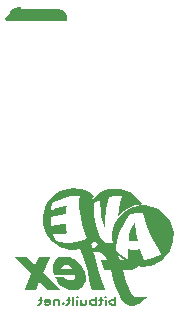
<source format=gbr>
%TF.GenerationSoftware,KiCad,Pcbnew,8.99.0-unknown-4e8e14ae3a~177~ubuntu22.04.1*%
%TF.CreationDate,2024-03-17T18:05:33+10:00*%
%TF.ProjectId,AVEFlex,41564546-6c65-4782-9e6b-696361645f70,rev?*%
%TF.SameCoordinates,Original*%
%TF.FileFunction,Legend,Bot*%
%TF.FilePolarity,Positive*%
%FSLAX46Y46*%
G04 Gerber Fmt 4.6, Leading zero omitted, Abs format (unit mm)*
G04 Created by KiCad (PCBNEW 8.99.0-unknown-4e8e14ae3a~177~ubuntu22.04.1) date 2024-03-17 18:05:33*
%MOMM*%
%LPD*%
G01*
G04 APERTURE LIST*
%ADD10C,0.300000*%
%ADD11C,0.127000*%
G04 APERTURE END LIST*
D10*
X140845089Y-90418650D02*
G75*
G02*
X141532833Y-90144603I687745J-725953D01*
G01*
D11*
X149604904Y-114534059D02*
X149604904Y-114836059D01*
X149604904Y-114836059D02*
X149604904Y-115078059D01*
X149604904Y-115078059D02*
X149604904Y-115168059D01*
X149604904Y-114836059D02*
X149521904Y-114775059D01*
X149521904Y-114775059D02*
X149437904Y-114745059D01*
X149437904Y-114745059D02*
X149312904Y-114745059D01*
X149312904Y-114745059D02*
X149229904Y-114775059D01*
X149229904Y-114775059D02*
X149145904Y-114836059D01*
X149145904Y-114836059D02*
X149103904Y-114927059D01*
X149103904Y-114927059D02*
X149103904Y-114987059D01*
X149103904Y-114987059D02*
X149145904Y-115078059D01*
X149145904Y-115078059D02*
X149229904Y-115138059D01*
X149229904Y-115138059D02*
X149312904Y-115168059D01*
X149312904Y-115168059D02*
X149437904Y-115168059D01*
X149437904Y-115168059D02*
X149521904Y-115138059D01*
X149521904Y-115138059D02*
X149604904Y-115078059D01*
X148853904Y-114534059D02*
X148811904Y-114564059D01*
X148811904Y-114564059D02*
X148770904Y-114534059D01*
X148770904Y-114534059D02*
X148811904Y-114503059D01*
X148811904Y-114503059D02*
X148853904Y-114534059D01*
X148811904Y-114745059D02*
X148811904Y-115168059D01*
X148436904Y-114534059D02*
X148436904Y-115048059D01*
X148436904Y-115048059D02*
X148394904Y-115138059D01*
X148394904Y-115138059D02*
X148311904Y-115168059D01*
X148311904Y-115168059D02*
X148227904Y-115168059D01*
X148561904Y-114745059D02*
X148269904Y-114745059D01*
X147977904Y-114534059D02*
X147977904Y-114836059D01*
X147977904Y-114836059D02*
X147977904Y-115078059D01*
X147977904Y-115078059D02*
X147977904Y-115168059D01*
X147977904Y-114836059D02*
X147893904Y-114775059D01*
X147893904Y-114775059D02*
X147810904Y-114745059D01*
X147810904Y-114745059D02*
X147685904Y-114745059D01*
X147685904Y-114745059D02*
X147601904Y-114775059D01*
X147601904Y-114775059D02*
X147518904Y-114836059D01*
X147518904Y-114836059D02*
X147476904Y-114927059D01*
X147476904Y-114927059D02*
X147476904Y-114987059D01*
X147476904Y-114987059D02*
X147518904Y-115078059D01*
X147518904Y-115078059D02*
X147601904Y-115138059D01*
X147601904Y-115138059D02*
X147685904Y-115168059D01*
X147685904Y-115168059D02*
X147810904Y-115168059D01*
X147810904Y-115168059D02*
X147893904Y-115138059D01*
X147893904Y-115138059D02*
X147977904Y-115078059D01*
X147184904Y-114745059D02*
X147184904Y-115048059D01*
X147184904Y-115048059D02*
X147142904Y-115138059D01*
X147142904Y-115138059D02*
X147059904Y-115168059D01*
X147059904Y-115168059D02*
X146933904Y-115168059D01*
X146933904Y-115168059D02*
X146850904Y-115138059D01*
X146850904Y-115138059D02*
X146725904Y-115048059D01*
X146725904Y-114745059D02*
X146725904Y-115168059D01*
X146433904Y-114534059D02*
X146391904Y-114564059D01*
X146391904Y-114564059D02*
X146349904Y-114534059D01*
X146349904Y-114534059D02*
X146391904Y-114503059D01*
X146391904Y-114503059D02*
X146433904Y-114534059D01*
X146391904Y-114745059D02*
X146391904Y-115168059D01*
X146057904Y-114534059D02*
X146057904Y-115168059D01*
X145682904Y-114534059D02*
X145682904Y-115048059D01*
X145682904Y-115048059D02*
X145640904Y-115138059D01*
X145640904Y-115138059D02*
X145556904Y-115168059D01*
X145556904Y-115168059D02*
X145473904Y-115168059D01*
X145807904Y-114745059D02*
X145515904Y-114745059D01*
X145223904Y-115017059D02*
X145264904Y-115048059D01*
X145264904Y-115048059D02*
X145223904Y-115078059D01*
X145223904Y-115078059D02*
X145181904Y-115048059D01*
X145181904Y-115048059D02*
X145223904Y-115017059D01*
X144889904Y-114745059D02*
X144889904Y-114866059D01*
X144889904Y-114866059D02*
X144889904Y-115168059D01*
X144889904Y-114866059D02*
X144764904Y-114775059D01*
X144764904Y-114775059D02*
X144680904Y-114745059D01*
X144680904Y-114745059D02*
X144555904Y-114745059D01*
X144555904Y-114745059D02*
X144471904Y-114775059D01*
X144471904Y-114775059D02*
X144430904Y-114866059D01*
X144430904Y-114866059D02*
X144430904Y-115168059D01*
X144138904Y-114927059D02*
X143637904Y-114927059D01*
X143637904Y-114927059D02*
X143637904Y-114866059D01*
X143637904Y-114866059D02*
X143679904Y-114806059D01*
X143679904Y-114806059D02*
X143720904Y-114775059D01*
X143720904Y-114775059D02*
X143804904Y-114745059D01*
X143804904Y-114745059D02*
X143929904Y-114745059D01*
X143929904Y-114745059D02*
X144012904Y-114775059D01*
X144012904Y-114775059D02*
X144096904Y-114836059D01*
X144096904Y-114836059D02*
X144138904Y-114927059D01*
X144138904Y-114927059D02*
X144138904Y-114987059D01*
X144138904Y-114987059D02*
X144096904Y-115078059D01*
X144096904Y-115078059D02*
X144012904Y-115138059D01*
X144012904Y-115138059D02*
X143929904Y-115168059D01*
X143929904Y-115168059D02*
X143804904Y-115168059D01*
X143804904Y-115168059D02*
X143720904Y-115138059D01*
X143720904Y-115138059D02*
X143637904Y-115078059D01*
X143303904Y-114534059D02*
X143303904Y-115048059D01*
X143303904Y-115048059D02*
X143261904Y-115138059D01*
X143261904Y-115138059D02*
X143178904Y-115168059D01*
X143178904Y-115168059D02*
X143094904Y-115168059D01*
X143428904Y-114745059D02*
X143136904Y-114745059D01*
G36*
X146107589Y-105305940D02*
G01*
X146522685Y-105345235D01*
X146523982Y-105345433D01*
X146771885Y-105397894D01*
X146773076Y-105398214D01*
X147077257Y-105497614D01*
X147078562Y-105498130D01*
X147369342Y-105634284D01*
X147370879Y-105635154D01*
X147740999Y-105883863D01*
X147742820Y-105885381D01*
X147863467Y-106009149D01*
X147866731Y-106017323D01*
X147863259Y-106025411D01*
X147861559Y-106026779D01*
X147780812Y-106079978D01*
X147780812Y-106079979D01*
X147651121Y-106250797D01*
X147650886Y-106251096D01*
X147365080Y-106602723D01*
X147365074Y-106602732D01*
X147143804Y-107046625D01*
X147143803Y-107046629D01*
X147089872Y-107266528D01*
X147089746Y-107266999D01*
X147025793Y-107486983D01*
X147025791Y-107486988D01*
X146984342Y-107728792D01*
X147003779Y-108316469D01*
X147003780Y-108316474D01*
X147056221Y-108553397D01*
X147056223Y-108553400D01*
X147088151Y-108621465D01*
X147088731Y-108622966D01*
X147161050Y-108857948D01*
X147330319Y-109198169D01*
X147330322Y-109198174D01*
X147514143Y-109450217D01*
X147623520Y-109596553D01*
X147825059Y-109834607D01*
X147827743Y-109842990D01*
X147825131Y-109849383D01*
X147776661Y-109907774D01*
X147775068Y-109909351D01*
X147615601Y-110039034D01*
X147615551Y-110074996D01*
X147722070Y-110473394D01*
X147912034Y-110327448D01*
X147912758Y-110326935D01*
X148174638Y-110156136D01*
X148177442Y-110154807D01*
X148240758Y-110134714D01*
X148240759Y-110134714D01*
X148241973Y-110133596D01*
X148241973Y-110109603D01*
X148014369Y-109943569D01*
X148013132Y-109942525D01*
X147630174Y-109570392D01*
X147628652Y-109568573D01*
X147446710Y-109298678D01*
X147345799Y-109158932D01*
X147344831Y-109157333D01*
X147210504Y-108888045D01*
X147209893Y-108886572D01*
X147122069Y-108624945D01*
X147121764Y-108623862D01*
X147055496Y-108335713D01*
X147055211Y-108333555D01*
X147035520Y-107793320D01*
X147035609Y-107791413D01*
X147075258Y-107487631D01*
X147075505Y-107486326D01*
X147156436Y-107163035D01*
X147156891Y-107161617D01*
X147261794Y-106895017D01*
X147262422Y-106893679D01*
X147431519Y-106586696D01*
X147432373Y-106585371D01*
X147656161Y-106285247D01*
X147657245Y-106283993D01*
X147979311Y-105961642D01*
X147980553Y-105960565D01*
X148249553Y-105759143D01*
X148250312Y-105758621D01*
X148419612Y-105651859D01*
X148420862Y-105651175D01*
X148741841Y-105500609D01*
X148743218Y-105500068D01*
X149012405Y-105413873D01*
X149013555Y-105413569D01*
X149298913Y-105353803D01*
X149301271Y-105353559D01*
X149993467Y-105353624D01*
X149995979Y-105353902D01*
X150345353Y-105432149D01*
X150346667Y-105432526D01*
X150637051Y-105534988D01*
X150638400Y-105535564D01*
X150890738Y-105662751D01*
X150891904Y-105663427D01*
X151195412Y-105864066D01*
X151196718Y-105865071D01*
X151501165Y-106136218D01*
X151502291Y-106137372D01*
X151719459Y-106393678D01*
X151720163Y-106394598D01*
X151896830Y-106651659D01*
X151898851Y-106658050D01*
X151898969Y-106669114D01*
X151895688Y-106677282D01*
X151888486Y-106680692D01*
X151636117Y-106703069D01*
X151636105Y-106703070D01*
X151288936Y-106768668D01*
X151288924Y-106768671D01*
X150945186Y-106888379D01*
X150638845Y-107041933D01*
X150638839Y-107041937D01*
X150383679Y-107212021D01*
X150106824Y-107444204D01*
X149892297Y-107694969D01*
X149884451Y-107698958D01*
X149876082Y-107696232D01*
X149872093Y-107688386D01*
X149872177Y-107685841D01*
X149952752Y-107130669D01*
X149952826Y-107130220D01*
X150053336Y-106589247D01*
X150053425Y-106588815D01*
X150183182Y-106014178D01*
X150131893Y-105983646D01*
X149520258Y-106004618D01*
X149520250Y-106004619D01*
X149151741Y-106070991D01*
X149127364Y-106099180D01*
X149039197Y-106420647D01*
X148955868Y-106758513D01*
X148955864Y-106758531D01*
X148885819Y-107114324D01*
X148885818Y-107114329D01*
X148836140Y-107453416D01*
X148798276Y-107826147D01*
X148799529Y-108627477D01*
X148799530Y-108627489D01*
X148801246Y-108636549D01*
X148799450Y-108645166D01*
X148792087Y-108649988D01*
X148783470Y-108648192D01*
X148779590Y-108643688D01*
X148664708Y-108405680D01*
X148664249Y-108404589D01*
X148516502Y-107995669D01*
X148516147Y-107994492D01*
X148425884Y-107625278D01*
X148425653Y-107624044D01*
X148379076Y-107269385D01*
X148379009Y-107268734D01*
X148325170Y-106539053D01*
X148301144Y-106348652D01*
X147840069Y-106567638D01*
X147818677Y-106773180D01*
X147818676Y-106773198D01*
X147818983Y-107266528D01*
X147852577Y-107655727D01*
X147852577Y-107655730D01*
X147905350Y-108028011D01*
X147905354Y-108028035D01*
X147991610Y-108418573D01*
X147991624Y-108418625D01*
X148104796Y-108806405D01*
X148239427Y-109150336D01*
X148373863Y-109417025D01*
X148575242Y-109721851D01*
X148735448Y-109898719D01*
X148860521Y-109936436D01*
X148860530Y-109936437D01*
X149387587Y-109954768D01*
X149395596Y-109958417D01*
X149398307Y-109963330D01*
X149406321Y-109993741D01*
X149531473Y-110387664D01*
X149531478Y-110387676D01*
X149735421Y-110754254D01*
X149735867Y-110755144D01*
X149879422Y-111075622D01*
X149879676Y-111076235D01*
X150011701Y-111423380D01*
X150414410Y-111422678D01*
X150414411Y-111422677D01*
X150265752Y-111299976D01*
X150264904Y-111299202D01*
X149960844Y-110992380D01*
X149959806Y-110991176D01*
X149780315Y-110751391D01*
X149780315Y-110751392D01*
X149734735Y-110690502D01*
X149733736Y-110688912D01*
X149666292Y-110559090D01*
X149693751Y-110559090D01*
X149693752Y-110559093D01*
X149838365Y-110747093D01*
X149838371Y-110747101D01*
X150106362Y-110999296D01*
X150661175Y-111278594D01*
X150676676Y-111262168D01*
X150715986Y-110421878D01*
X150718940Y-110414705D01*
X150721665Y-110411689D01*
X150729616Y-110407914D01*
X150735449Y-110409168D01*
X150824738Y-110454996D01*
X151033777Y-110523583D01*
X151263328Y-110545968D01*
X151703667Y-110489183D01*
X151703685Y-110489181D01*
X151724054Y-110485476D01*
X151732657Y-110487334D01*
X151737011Y-110493122D01*
X151847809Y-110822308D01*
X151942976Y-111096994D01*
X151943189Y-111097604D01*
X151943193Y-111097632D01*
X151943198Y-111097631D01*
X152038352Y-111372277D01*
X152230076Y-111368290D01*
X152441259Y-111338007D01*
X152441260Y-111338007D01*
X152822028Y-111239439D01*
X153177952Y-111091829D01*
X153177963Y-111091824D01*
X153464507Y-110934987D01*
X153464518Y-110934980D01*
X153529163Y-110885940D01*
X153206959Y-110348618D01*
X153206824Y-110348387D01*
X152860422Y-109738963D01*
X152860213Y-109738578D01*
X152579178Y-109197203D01*
X152578783Y-109196360D01*
X152386994Y-108739922D01*
X152386688Y-108739109D01*
X152155602Y-108046945D01*
X152155324Y-108045971D01*
X152014091Y-107453754D01*
X152003886Y-107416463D01*
X151721463Y-107393041D01*
X151298849Y-107427416D01*
X151298846Y-107427416D01*
X151111674Y-107463691D01*
X150897472Y-107533256D01*
X150897471Y-107533257D01*
X150745318Y-107723994D01*
X150745299Y-107724020D01*
X150465305Y-108146261D01*
X150257283Y-108524887D01*
X150057295Y-108977302D01*
X150057294Y-108977306D01*
X149888748Y-109467820D01*
X149888746Y-109467826D01*
X149784089Y-109891090D01*
X149717708Y-110280119D01*
X149693751Y-110559090D01*
X149666292Y-110559090D01*
X149545897Y-110327342D01*
X149545171Y-110325612D01*
X149431002Y-109976213D01*
X149430610Y-109974653D01*
X149370970Y-109639066D01*
X149370793Y-109637038D01*
X149371521Y-109113769D01*
X149371704Y-109111739D01*
X149428111Y-108799756D01*
X149428383Y-108798598D01*
X149509004Y-108520658D01*
X149509454Y-108519390D01*
X149625012Y-108245587D01*
X149625723Y-108244180D01*
X149785908Y-107974894D01*
X149786522Y-107973968D01*
X149956877Y-107741900D01*
X149958025Y-107740564D01*
X150383241Y-107316364D01*
X150385020Y-107314913D01*
X150797994Y-107041833D01*
X150799865Y-107040830D01*
X151171516Y-106883955D01*
X151173158Y-106883404D01*
X151485724Y-106804045D01*
X151486976Y-106803800D01*
X151749686Y-106767406D01*
X151751264Y-106767297D01*
X152183031Y-106767297D01*
X152184580Y-106767402D01*
X152448786Y-106803319D01*
X152449918Y-106803531D01*
X152736451Y-106872210D01*
X152737925Y-106872670D01*
X153080662Y-107005484D01*
X153082423Y-107006345D01*
X153396545Y-107194791D01*
X153397711Y-107195593D01*
X153668579Y-107407330D01*
X153669759Y-107408391D01*
X153974790Y-107723441D01*
X153975685Y-107724484D01*
X154136168Y-107935741D01*
X154136911Y-107936845D01*
X154318674Y-108244342D01*
X154319391Y-108245774D01*
X154419786Y-108486932D01*
X154420214Y-108488150D01*
X154507442Y-108789071D01*
X154507750Y-108790439D01*
X154559580Y-109111315D01*
X154559727Y-109113166D01*
X154559009Y-109603411D01*
X154558894Y-109605019D01*
X154522917Y-109857080D01*
X154522695Y-109858218D01*
X154451909Y-110144227D01*
X154451438Y-110145699D01*
X154354204Y-110391189D01*
X154353777Y-110392138D01*
X154239514Y-110618380D01*
X154238838Y-110619545D01*
X154037952Y-110922935D01*
X154036988Y-110924193D01*
X153778792Y-111216948D01*
X153777560Y-111218149D01*
X153465241Y-111480293D01*
X153464129Y-111481118D01*
X153186182Y-111662332D01*
X153184722Y-111663140D01*
X152902939Y-111793250D01*
X152901466Y-111793811D01*
X152568576Y-111895115D01*
X152567451Y-111895396D01*
X152367344Y-111934819D01*
X152365788Y-111935017D01*
X151993205Y-111956657D01*
X151991857Y-111956656D01*
X151556095Y-111930794D01*
X151400272Y-112076542D01*
X151398185Y-112078091D01*
X151249417Y-112164363D01*
X151246917Y-112165441D01*
X151011427Y-112235252D01*
X151009512Y-112235646D01*
X150756869Y-112265591D01*
X150755666Y-112265670D01*
X150300311Y-112271650D01*
X150300309Y-112271650D01*
X150293792Y-112278292D01*
X150293792Y-112278293D01*
X150577174Y-113267781D01*
X150577180Y-113267802D01*
X150702315Y-113632176D01*
X150702335Y-113632230D01*
X150850475Y-113987927D01*
X150983307Y-114211381D01*
X151122697Y-114354783D01*
X151329859Y-114488677D01*
X151329865Y-114488679D01*
X151568878Y-114564096D01*
X152110193Y-114559362D01*
X152110195Y-114559362D01*
X152320401Y-114503886D01*
X152329124Y-114505067D01*
X152334455Y-114512070D01*
X152333274Y-114520793D01*
X152331215Y-114523382D01*
X152111089Y-114730425D01*
X152110386Y-114731034D01*
X151786266Y-114989860D01*
X151785058Y-114990704D01*
X151582208Y-115113848D01*
X151581114Y-115114434D01*
X151356726Y-115219437D01*
X151354906Y-115220108D01*
X151276231Y-115241777D01*
X151276150Y-115241799D01*
X151275986Y-115241842D01*
X151275987Y-115241843D01*
X151197017Y-115263356D01*
X151194097Y-115263760D01*
X150874462Y-115266630D01*
X150871470Y-115266261D01*
X150672601Y-115214638D01*
X150670710Y-115213967D01*
X150504447Y-115137985D01*
X150501876Y-115136368D01*
X150295212Y-114964570D01*
X150292987Y-114962095D01*
X150107546Y-114683214D01*
X150106828Y-114681973D01*
X149904669Y-114276092D01*
X149904260Y-114275172D01*
X149718259Y-113801930D01*
X149718024Y-113801274D01*
X149465391Y-113023178D01*
X149465263Y-113022758D01*
X149251050Y-112265699D01*
X148684176Y-112277851D01*
X148675974Y-112274658D01*
X148672930Y-112269707D01*
X148415827Y-111426242D01*
X148416678Y-111417482D01*
X148423474Y-111411889D01*
X148427187Y-111411395D01*
X148955975Y-111427968D01*
X148863906Y-111245932D01*
X148863906Y-111245931D01*
X148737483Y-111059391D01*
X148737480Y-111059387D01*
X148588709Y-110910267D01*
X148588706Y-110910265D01*
X148418910Y-110797197D01*
X148216169Y-110722769D01*
X147781552Y-110709134D01*
X147781551Y-110709135D01*
X147801029Y-110771320D01*
X147801119Y-110771621D01*
X148108320Y-111855435D01*
X148375592Y-112735756D01*
X148612179Y-113446777D01*
X148763092Y-113852972D01*
X148780505Y-113896497D01*
X148780398Y-113905298D01*
X148774100Y-113911446D01*
X148769828Y-113912269D01*
X147629806Y-113912269D01*
X147621674Y-113908901D01*
X147618519Y-113902972D01*
X147529491Y-113446894D01*
X147426190Y-112972647D01*
X147292743Y-112437033D01*
X147108949Y-111803140D01*
X147108941Y-111803112D01*
X146867604Y-111093746D01*
X146624851Y-110473018D01*
X146528604Y-110491938D01*
X146527470Y-110492103D01*
X146134740Y-110529277D01*
X146132866Y-110529301D01*
X145812328Y-110507218D01*
X145811465Y-110507126D01*
X145576270Y-110472959D01*
X145575155Y-110472740D01*
X145241390Y-110389964D01*
X145239727Y-110389414D01*
X144926302Y-110258549D01*
X144924872Y-110257831D01*
X144610816Y-110071799D01*
X144609460Y-110070859D01*
X144339753Y-109853464D01*
X144338628Y-109852426D01*
X144102853Y-109603939D01*
X144101976Y-109602898D01*
X143875765Y-109299567D01*
X143874785Y-109298005D01*
X143688986Y-108941361D01*
X143688271Y-108939673D01*
X143571503Y-108588078D01*
X143571183Y-108586912D01*
X143515943Y-108334570D01*
X143515682Y-108332447D01*
X143514638Y-108296750D01*
X144161545Y-108296750D01*
X144197679Y-108504288D01*
X144221326Y-108541740D01*
X144710556Y-108427732D01*
X144711196Y-108427602D01*
X145201648Y-108342320D01*
X145202682Y-108342188D01*
X145448150Y-108322153D01*
X145456529Y-108324849D01*
X145460548Y-108332679D01*
X145460566Y-108332940D01*
X145482478Y-108705861D01*
X145561208Y-109089635D01*
X145559543Y-109098278D01*
X145552254Y-109103211D01*
X145551919Y-109103275D01*
X145259162Y-109154329D01*
X145258055Y-109154467D01*
X144800971Y-109189122D01*
X144798923Y-109189094D01*
X144476084Y-109155817D01*
X144473968Y-109155396D01*
X144313929Y-109107533D01*
X144314039Y-109142178D01*
X144518126Y-109653619D01*
X144593657Y-109806527D01*
X144593658Y-109806528D01*
X144931914Y-109882399D01*
X144931931Y-109882402D01*
X145126372Y-109906804D01*
X145126373Y-109906804D01*
X145126632Y-109906836D01*
X145126631Y-109906836D01*
X145126654Y-109906838D01*
X145321117Y-109931243D01*
X145321130Y-109931244D01*
X145694210Y-109945075D01*
X145896560Y-109933766D01*
X145896584Y-109933764D01*
X146235957Y-109897566D01*
X146235975Y-109897563D01*
X146619975Y-109812447D01*
X146619999Y-109812440D01*
X147014533Y-109676465D01*
X147014553Y-109676457D01*
X147263700Y-109561240D01*
X147245690Y-109518380D01*
X147245567Y-109518076D01*
X147009914Y-108909153D01*
X147009728Y-108908634D01*
X146824235Y-108351398D01*
X146824003Y-108350609D01*
X146685783Y-107808765D01*
X146685614Y-107807992D01*
X146602235Y-107352452D01*
X146602100Y-107351482D01*
X146561397Y-106928014D01*
X146561350Y-106926530D01*
X146581088Y-106336365D01*
X146581240Y-106334848D01*
X146634244Y-106018681D01*
X146622961Y-106006119D01*
X146622959Y-106006118D01*
X146232484Y-105971884D01*
X146232478Y-105971884D01*
X145863453Y-106006648D01*
X145535469Y-106073250D01*
X145122885Y-106191976D01*
X144627532Y-106382311D01*
X144353204Y-106509443D01*
X144229730Y-106881488D01*
X144178492Y-107125494D01*
X144178492Y-107125495D01*
X144179054Y-107276349D01*
X144339128Y-107153982D01*
X144341110Y-107152763D01*
X144644379Y-107006282D01*
X144645667Y-107005753D01*
X145033092Y-106873566D01*
X145034271Y-106873233D01*
X145337335Y-106804736D01*
X145338658Y-106804517D01*
X145520154Y-106785288D01*
X145528596Y-106787781D01*
X145532802Y-106795512D01*
X145532866Y-106796755D01*
X145532790Y-106824961D01*
X145532374Y-106827996D01*
X145497948Y-106952424D01*
X145497947Y-106952428D01*
X145472376Y-107438178D01*
X145469235Y-107445488D01*
X145459383Y-107455873D01*
X145452894Y-107459308D01*
X144914566Y-107547244D01*
X144914565Y-107547245D01*
X144492385Y-107650658D01*
X144226043Y-107753013D01*
X144161545Y-107818082D01*
X144161545Y-108296750D01*
X143514638Y-108296750D01*
X143497419Y-107708263D01*
X143497578Y-107705991D01*
X143567046Y-107299168D01*
X143567430Y-107297596D01*
X143673943Y-106965075D01*
X143674430Y-106963814D01*
X143787772Y-106715105D01*
X143788406Y-106713908D01*
X143955734Y-106438159D01*
X143956600Y-106436922D01*
X144173611Y-106166842D01*
X144174656Y-106165707D01*
X144432668Y-105920623D01*
X144433737Y-105919725D01*
X144703519Y-105719608D01*
X144704732Y-105718821D01*
X144966193Y-105571764D01*
X144967297Y-105571218D01*
X145263657Y-105444084D01*
X145265377Y-105443503D01*
X145651425Y-105346075D01*
X145653230Y-105345769D01*
X146105496Y-105305933D01*
X146107589Y-105305940D01*
G37*
G36*
X151266111Y-108291610D02*
G01*
X151270538Y-108299218D01*
X151270562Y-108299415D01*
X151360121Y-109061709D01*
X151360123Y-109061721D01*
X151440403Y-109467169D01*
X151440405Y-109467180D01*
X151525284Y-109727190D01*
X151524606Y-109735966D01*
X151524304Y-109736521D01*
X151517734Y-109747869D01*
X151517568Y-109748147D01*
X151517260Y-109748646D01*
X151517073Y-109748940D01*
X151510464Y-109758956D01*
X151503174Y-109763888D01*
X151500865Y-109764122D01*
X150789481Y-109764122D01*
X150781349Y-109760754D01*
X150778818Y-109756929D01*
X150760169Y-109710754D01*
X150759438Y-109704886D01*
X150815766Y-109293841D01*
X150816013Y-109292574D01*
X150896663Y-108974687D01*
X150897107Y-108973308D01*
X150988731Y-108740207D01*
X150989417Y-108738764D01*
X151212654Y-108342967D01*
X151213524Y-108341647D01*
X151249994Y-108293787D01*
X151257602Y-108289360D01*
X151266111Y-108291610D01*
G37*
G36*
X145474740Y-111098495D02*
G01*
X145818162Y-111169663D01*
X145820299Y-111170329D01*
X146090969Y-111284557D01*
X146092862Y-111285573D01*
X146387487Y-111481308D01*
X146389306Y-111482807D01*
X146702443Y-111799965D01*
X146703856Y-111801707D01*
X146933317Y-112149141D01*
X146934395Y-112151199D01*
X147054183Y-112449910D01*
X147054750Y-112451762D01*
X147115651Y-112733703D01*
X147115910Y-112736194D01*
X147113527Y-113174334D01*
X147112899Y-113178019D01*
X147022197Y-113441118D01*
X147021248Y-113443182D01*
X146930939Y-113597373D01*
X146929148Y-113599693D01*
X146740159Y-113788685D01*
X146737079Y-113790884D01*
X146490648Y-113911402D01*
X146488633Y-113912163D01*
X146397051Y-113937236D01*
X146397050Y-113937235D01*
X146396420Y-113937411D01*
X146396369Y-113937425D01*
X146304789Y-113962419D01*
X146301460Y-113962821D01*
X145814091Y-113950050D01*
X145811282Y-113949626D01*
X145575834Y-113883494D01*
X145574559Y-113883053D01*
X145365409Y-113796786D01*
X145363526Y-113795797D01*
X145068104Y-113603753D01*
X145066198Y-113602200D01*
X144795828Y-113328999D01*
X144794488Y-113327370D01*
X144655431Y-113122584D01*
X144654677Y-113121302D01*
X144528223Y-112870532D01*
X144527569Y-112861755D01*
X144533313Y-112855086D01*
X144538360Y-112853855D01*
X145308433Y-112845051D01*
X145316602Y-112848326D01*
X145316607Y-112848330D01*
X145486446Y-113014508D01*
X145669705Y-113104169D01*
X145897117Y-113120243D01*
X146032253Y-113083668D01*
X146032256Y-113083667D01*
X146168808Y-112995322D01*
X146168809Y-112995320D01*
X146249917Y-112876574D01*
X146246641Y-112660602D01*
X146225058Y-112625497D01*
X144411081Y-112625497D01*
X144402949Y-112622129D01*
X144399690Y-112615575D01*
X144374106Y-112430868D01*
X144373997Y-112429295D01*
X144373899Y-112185175D01*
X145075836Y-112185175D01*
X145077075Y-112185249D01*
X146042141Y-112184794D01*
X146042142Y-112184793D01*
X145932638Y-112048759D01*
X145932634Y-112048755D01*
X145760566Y-111916006D01*
X145760558Y-111916001D01*
X145592187Y-111838666D01*
X145321525Y-111838666D01*
X145212513Y-111897680D01*
X145212508Y-111897684D01*
X145126051Y-111990249D01*
X145075851Y-112157507D01*
X145075836Y-112170841D01*
X145075836Y-112185175D01*
X144373899Y-112185175D01*
X144373767Y-111855648D01*
X144374170Y-111852625D01*
X144432969Y-111636460D01*
X144433754Y-111634388D01*
X144524485Y-111450554D01*
X144526623Y-111447555D01*
X144710552Y-111261709D01*
X144713726Y-111259442D01*
X144897054Y-111170931D01*
X144899124Y-111170167D01*
X145100591Y-111117078D01*
X145102947Y-111116712D01*
X145471832Y-111098270D01*
X145474740Y-111098495D01*
G37*
G36*
X144099878Y-111121556D02*
G01*
X144103322Y-111129656D01*
X144102421Y-111134225D01*
X144062761Y-111228432D01*
X144062731Y-111228502D01*
X143535204Y-112458762D01*
X143535061Y-112504071D01*
X143535061Y-112504072D01*
X144936482Y-113883122D01*
X144939900Y-113890708D01*
X144940334Y-113898868D01*
X144940339Y-113899987D01*
X144940282Y-113901277D01*
X144936558Y-113909252D01*
X144928793Y-113912269D01*
X143904530Y-113912269D01*
X143896425Y-113908927D01*
X143210347Y-113227272D01*
X142918171Y-113896778D01*
X142911831Y-113902883D01*
X142907741Y-113903677D01*
X141973930Y-113912647D01*
X141965767Y-113909357D01*
X141962321Y-113901258D01*
X141962863Y-113897655D01*
X141977294Y-113852387D01*
X141977682Y-113851346D01*
X142536157Y-112549491D01*
X141125849Y-111138248D01*
X141122483Y-111130115D01*
X141125854Y-111121985D01*
X141133983Y-111118619D01*
X142149470Y-111118619D01*
X142157589Y-111121974D01*
X142851673Y-111813855D01*
X143138029Y-111134046D01*
X143144290Y-111127859D01*
X143148520Y-111127010D01*
X144091715Y-111118263D01*
X144099878Y-111121556D01*
G37*
G36*
X144779600Y-90144637D02*
G01*
X144855663Y-90146559D01*
X144880127Y-90149629D01*
X145029969Y-90183834D01*
X145056178Y-90193005D01*
X145193235Y-90259013D01*
X145216746Y-90273787D01*
X145335669Y-90368631D01*
X145355303Y-90388267D01*
X145450144Y-90507202D01*
X145464916Y-90530714D01*
X145530911Y-90667767D01*
X145540081Y-90693977D01*
X145574284Y-90843861D01*
X145577351Y-90868246D01*
X145579317Y-90944361D01*
X145579358Y-90947527D01*
X145579372Y-90995802D01*
X145559707Y-91062847D01*
X145506916Y-91108617D01*
X145455372Y-91119838D01*
X140416133Y-91119838D01*
X140349094Y-91100153D01*
X140303339Y-91047349D01*
X140293395Y-90978191D01*
X140322420Y-90914635D01*
X140330853Y-90905820D01*
X140844032Y-90419651D01*
X140846146Y-90417694D01*
X140907806Y-90361940D01*
X140924187Y-90349436D01*
X141065416Y-90259160D01*
X141086304Y-90248446D01*
X141240664Y-90186943D01*
X141263196Y-90180357D01*
X141427822Y-90148771D01*
X141448281Y-90146584D01*
X141531381Y-90144636D01*
X141534287Y-90144602D01*
X144776468Y-90144597D01*
X144779600Y-90144637D01*
G37*
M02*

</source>
